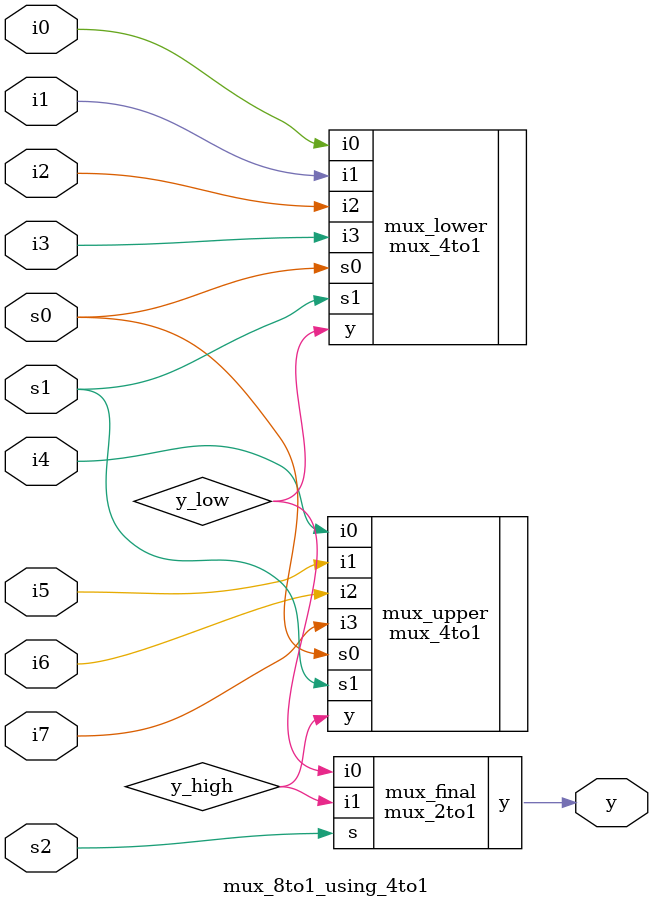
<source format=v>
`timescale 1ns / 1ps

module mux_2to1(
    input i0, i1, s,
    output reg y
);
    always @(*) begin
        case (s)
            1'b0: y = i0;
            1'b1: y = i1;
            default: y = 0;
        endcase
    end
endmodule



module mux_8to1_using_4to1(
    input i0, i1, i2, i3, i4, i5, i6, i7,
    input s0, s1, s2,
    output y
);
    wire y_low, y_high;

    mux_4to1 mux_lower(
        .i0(i0), .i1(i1), .i2(i2), .i3(i3),
        .s0(s0), .s1(s1),
        .y(y_low)
    );


    mux_4to1 mux_upper(
        .i0(i4), .i1(i5), .i2(i6), .i3(i7),
        .s0(s0), .s1(s1),
        .y(y_high)
    );


    mux_2to1 mux_final(
        .i0(y_low), .i1(y_high),
        .s(s2),
        .y(y)
    );
endmodule





</source>
